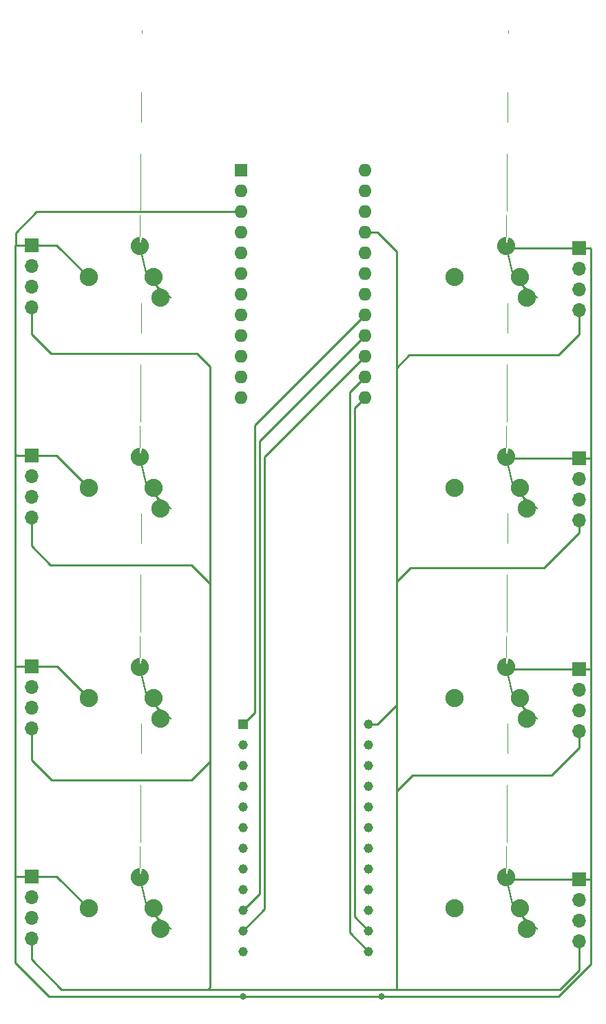
<source format=gbl>
G04 #@! TF.GenerationSoftware,KiCad,Pcbnew,7.0.2*
G04 #@! TF.CreationDate,2023-10-25T06:33:51-04:00*
G04 #@! TF.ProjectId,MacroPad Base,4d616372-6f50-4616-9420-426173652e6b,rev?*
G04 #@! TF.SameCoordinates,Original*
G04 #@! TF.FileFunction,Copper,L2,Bot*
G04 #@! TF.FilePolarity,Positive*
%FSLAX46Y46*%
G04 Gerber Fmt 4.6, Leading zero omitted, Abs format (unit mm)*
G04 Created by KiCad (PCBNEW 7.0.2) date 2023-10-25 06:33:51*
%MOMM*%
%LPD*%
G01*
G04 APERTURE LIST*
G04 Aperture macros list*
%AMFreePoly0*
4,1,42,0.305846,1.074936,0.498157,1.000434,0.673504,0.891864,0.825916,0.752922,0.950203,0.588341,1.017866,0.452453,2.579378,1.070874,2.641060,1.074761,2.693245,1.041650,2.716002,0.984188,2.700638,0.924325,2.653021,0.884926,1.082219,0.262826,1.098571,0.205358,1.117600,0.000000,1.098571,-0.205358,1.042131,-0.403724,0.950203,-0.588341,0.825916,-0.752922,0.673504,-0.891864,
0.498157,-1.000434,0.305846,-1.074936,0.103119,-1.112833,-0.103119,-1.112833,-0.305846,-1.074936,-0.498157,-1.000434,-0.673504,-0.891864,-0.825916,-0.752922,-0.950203,-0.588341,-1.042131,-0.403724,-1.098571,-0.205358,-1.117600,0.000000,-1.098571,0.205358,-1.042131,0.403724,-0.950203,0.588341,-0.825916,0.752922,-0.673504,0.891864,-0.498157,1.000434,-0.305846,1.074936,-0.103119,1.112833,
0.103119,1.112833,0.305846,1.074936,0.305846,1.074936,$1*%
%AMFreePoly1*
4,1,50,0.305846,1.074936,0.498157,1.000434,0.673504,0.891864,0.825916,0.752922,0.950203,0.588341,1.042131,0.403724,1.098571,0.205358,1.117600,0.000000,1.098571,-0.205358,1.042131,-0.403724,0.950203,-0.588341,0.825916,-0.752922,0.673504,-0.891864,0.498157,-1.000434,0.354352,-1.056144,1.029360,-3.956856,3.897994,-6.259313,3.931880,-6.311000,3.928913,-6.372732,3.890227,-6.420930,
3.830599,-6.437185,3.772805,-6.415287,0.877205,-4.091187,0.876130,-4.089547,0.874325,-4.088785,0.859283,-4.063850,0.843320,-4.039500,0.843414,-4.037542,0.842402,-4.035865,0.159736,-1.102249,0.103119,-1.112833,-0.103119,-1.112833,-0.305846,-1.074936,-0.498157,-1.000434,-0.673504,-0.891864,-0.825916,-0.752922,-0.950203,-0.588341,-1.042131,-0.403724,-1.098571,-0.205358,-1.117600,0.000000,
-1.098571,0.205358,-1.042131,0.403724,-0.950203,0.588341,-0.825916,0.752922,-0.673504,0.891864,-0.498157,1.000434,-0.305846,1.074936,-0.103119,1.112833,0.103119,1.112833,0.305846,1.074936,0.305846,1.074936,$1*%
G04 Aperture macros list end*
G04 #@! TA.AperFunction,ComponentPad*
%ADD10FreePoly0,270.000000*%
G04 #@! TD*
G04 #@! TA.AperFunction,ComponentPad*
%ADD11C,2.235200*%
G04 #@! TD*
G04 #@! TA.AperFunction,ComponentPad*
%ADD12FreePoly1,270.000000*%
G04 #@! TD*
G04 #@! TA.AperFunction,ComponentPad*
%ADD13R,1.700000X1.700000*%
G04 #@! TD*
G04 #@! TA.AperFunction,ComponentPad*
%ADD14O,1.700000X1.700000*%
G04 #@! TD*
G04 #@! TA.AperFunction,ComponentPad*
%ADD15R,1.160000X1.160000*%
G04 #@! TD*
G04 #@! TA.AperFunction,ComponentPad*
%ADD16C,1.160000*%
G04 #@! TD*
G04 #@! TA.AperFunction,ComponentPad*
%ADD17R,1.600000X1.600000*%
G04 #@! TD*
G04 #@! TA.AperFunction,ComponentPad*
%ADD18O,1.600000X1.600000*%
G04 #@! TD*
G04 #@! TA.AperFunction,ViaPad*
%ADD19C,0.800000*%
G04 #@! TD*
G04 #@! TA.AperFunction,Conductor*
%ADD20C,0.250000*%
G04 #@! TD*
G04 APERTURE END LIST*
D10*
X105091700Y-89212000D03*
D11*
X105968000Y-91752000D03*
D12*
X103428000Y-85402000D03*
D11*
X97090700Y-89212000D03*
D13*
X112378000Y-111483000D03*
D14*
X112378000Y-114023000D03*
X112378000Y-116563000D03*
X112378000Y-119103000D03*
D13*
X45058000Y-111147000D03*
D14*
X45058000Y-113687000D03*
X45058000Y-116227000D03*
X45058000Y-118767000D03*
D10*
X60091700Y-63362000D03*
D11*
X60968000Y-65902000D03*
D12*
X58428000Y-59552000D03*
D11*
X52090700Y-63362000D03*
D13*
X112378000Y-59783000D03*
D14*
X112378000Y-62323000D03*
X112378000Y-64863000D03*
X112378000Y-67403000D03*
D10*
X105091700Y-37512000D03*
D11*
X105968000Y-40052000D03*
D12*
X103428000Y-33702000D03*
D11*
X97090700Y-37512000D03*
D13*
X45058000Y-33597000D03*
D14*
X45058000Y-36137000D03*
X45058000Y-38677000D03*
X45058000Y-41217000D03*
D10*
X60091700Y-115062000D03*
D11*
X60968000Y-117602000D03*
D12*
X58428000Y-111252000D03*
D11*
X52090700Y-115062000D03*
D15*
X71109000Y-92398000D03*
D16*
X71109000Y-94938000D03*
X71109000Y-97478000D03*
X71109000Y-100018000D03*
X71109000Y-102558000D03*
X71109000Y-105098000D03*
X71109000Y-107638000D03*
X71109000Y-110178000D03*
X71109000Y-112718000D03*
X71109000Y-115258000D03*
X71109000Y-117798000D03*
X71109000Y-120338000D03*
X86529000Y-120338000D03*
X86529000Y-117798000D03*
X86529000Y-115258000D03*
X86529000Y-112718000D03*
X86529000Y-110178000D03*
X86529000Y-107638000D03*
X86529000Y-105098000D03*
X86529000Y-102558000D03*
X86529000Y-100018000D03*
X86529000Y-97478000D03*
X86529000Y-94938000D03*
X86529000Y-92398000D03*
D10*
X105091700Y-63362000D03*
D11*
X105968000Y-65902000D03*
D12*
X103428000Y-59552000D03*
D11*
X97090700Y-63362000D03*
D13*
X45058000Y-85297000D03*
D14*
X45058000Y-87837000D03*
X45058000Y-90377000D03*
X45058000Y-92917000D03*
D13*
X112378000Y-85633000D03*
D14*
X112378000Y-88173000D03*
X112378000Y-90713000D03*
X112378000Y-93253000D03*
D13*
X112378000Y-33933000D03*
D14*
X112378000Y-36473000D03*
X112378000Y-39013000D03*
X112378000Y-41553000D03*
D17*
X70812000Y-24387000D03*
D18*
X70812000Y-26927000D03*
X70812000Y-29467000D03*
X70812000Y-32007000D03*
X70812000Y-34547000D03*
X70812000Y-37087000D03*
X70812000Y-39627000D03*
X70812000Y-42167000D03*
X70812000Y-44707000D03*
X70812000Y-47247000D03*
X70812000Y-49787000D03*
X70812000Y-52327000D03*
X86052000Y-52327000D03*
X86052000Y-49787000D03*
X86052000Y-47247000D03*
X86052000Y-44707000D03*
X86052000Y-42167000D03*
X86052000Y-39627000D03*
X86052000Y-37087000D03*
X86052000Y-34547000D03*
X86052000Y-32007000D03*
X86052000Y-29467000D03*
X86052000Y-26927000D03*
X86052000Y-24387000D03*
D10*
X60091700Y-89212000D03*
D11*
X60968000Y-91752000D03*
D12*
X58428000Y-85402000D03*
D11*
X52090700Y-89212000D03*
D10*
X60091700Y-37512000D03*
D11*
X60968000Y-40052000D03*
D12*
X58428000Y-33702000D03*
D11*
X52090700Y-37512000D03*
D10*
X105091700Y-115062000D03*
D11*
X105968000Y-117602000D03*
D12*
X103428000Y-111252000D03*
D11*
X97090700Y-115062000D03*
D13*
X45058000Y-59447000D03*
D14*
X45058000Y-61987000D03*
X45058000Y-64527000D03*
X45058000Y-67067000D03*
D19*
X88096000Y-125868000D03*
X71113000Y-125868000D03*
D20*
X72517000Y-55702000D02*
X72517000Y-55720000D01*
X86052000Y-42167000D02*
X72517000Y-55702000D01*
X72517000Y-90923000D02*
X72517000Y-55720000D01*
X86052000Y-44707000D02*
X73129000Y-57630000D01*
X73088000Y-57630000D02*
X73088000Y-113191000D01*
X73750000Y-59650000D02*
X73750000Y-115126000D01*
X86052000Y-47247000D02*
X73750000Y-59549000D01*
X73750000Y-59549000D02*
X73750000Y-59650000D01*
X84189000Y-51650000D02*
X84178000Y-51650000D01*
X86052000Y-49787000D02*
X84189000Y-51650000D01*
X84178000Y-51650000D02*
X84178000Y-117951000D01*
X84796000Y-53583000D02*
X84796000Y-53610000D01*
X84796000Y-53610000D02*
X84796000Y-116032000D01*
X86052000Y-52327000D02*
X84796000Y-53583000D01*
X89940000Y-34370000D02*
X89940000Y-48651000D01*
X87577000Y-32007000D02*
X89940000Y-34370000D01*
X86052000Y-32007000D02*
X87577000Y-32007000D01*
X70812000Y-29467000D02*
X45723000Y-29467000D01*
X45723000Y-29467000D02*
X43115000Y-32075000D01*
X43115000Y-32075000D02*
X43115000Y-33597000D01*
X103659000Y-111483000D02*
X103428000Y-111252000D01*
X109829000Y-125864000D02*
X109723000Y-125864000D01*
X71117000Y-125864000D02*
X88092000Y-125864000D01*
X48133700Y-111147000D02*
X45058000Y-111147000D01*
X43115000Y-33597000D02*
X43104000Y-33608000D01*
X112378000Y-59783000D02*
X113788000Y-59783000D01*
X103659000Y-33933000D02*
X103428000Y-33702000D01*
X113827000Y-111483000D02*
X113829000Y-111485000D01*
X48175700Y-85297000D02*
X45058000Y-85297000D01*
X48154700Y-59426000D02*
X52090700Y-63362000D01*
X45058000Y-33597000D02*
X43115000Y-33597000D01*
X113732000Y-59783000D02*
X113829000Y-59686000D01*
X112378000Y-111483000D02*
X113827000Y-111483000D01*
X43104000Y-85237000D02*
X43104000Y-111111000D01*
X112378000Y-111483000D02*
X103659000Y-111483000D01*
X71109000Y-125864000D02*
X71113000Y-125868000D01*
X48154700Y-33576000D02*
X52090700Y-37512000D01*
X43140000Y-111147000D02*
X43104000Y-111111000D01*
X48154700Y-111126000D02*
X52090700Y-115062000D01*
X112378000Y-85633000D02*
X113802000Y-85633000D01*
X43104000Y-33608000D02*
X43104000Y-59236000D01*
X43315000Y-59447000D02*
X43104000Y-59236000D01*
X48154700Y-59426000D02*
X48133700Y-59447000D01*
X45058000Y-59447000D02*
X43315000Y-59447000D01*
X103659000Y-59783000D02*
X103428000Y-59552000D01*
X112378000Y-33933000D02*
X113723000Y-33933000D01*
X43104000Y-121748000D02*
X47220000Y-125864000D01*
X112378000Y-33933000D02*
X103659000Y-33933000D01*
X88100000Y-125864000D02*
X109723000Y-125864000D01*
X71113000Y-125868000D02*
X71117000Y-125864000D01*
X48213350Y-85334650D02*
X52090700Y-89212000D01*
X113788000Y-59783000D02*
X113829000Y-59742000D01*
X48133700Y-33597000D02*
X45058000Y-33597000D01*
X112378000Y-85633000D02*
X103659000Y-85633000D01*
X43104000Y-59236000D02*
X43104000Y-85237000D01*
X112378000Y-59783000D02*
X103659000Y-59783000D01*
X88096000Y-125868000D02*
X88100000Y-125864000D01*
X113723000Y-33933000D02*
X113829000Y-34039000D01*
X113829000Y-121864000D02*
X109829000Y-125864000D01*
X113829000Y-59742000D02*
X113829000Y-59686000D01*
X48154700Y-111126000D02*
X48133700Y-111147000D01*
X43104000Y-111111000D02*
X43104000Y-121748000D01*
X48175700Y-85297000D02*
X48213350Y-85334650D01*
X45058000Y-85297000D02*
X43164000Y-85297000D01*
X45058000Y-111147000D02*
X43140000Y-111147000D01*
X113829000Y-85606000D02*
X113829000Y-59742000D01*
X48154700Y-33576000D02*
X48133700Y-33597000D01*
X43164000Y-85297000D02*
X43104000Y-85237000D01*
X48133700Y-59447000D02*
X45058000Y-59447000D01*
X113829000Y-121864000D02*
X113829000Y-111485000D01*
X103659000Y-85633000D02*
X103428000Y-85402000D01*
X113829000Y-34039000D02*
X113829000Y-59686000D01*
X113802000Y-85633000D02*
X113829000Y-85606000D01*
X88092000Y-125864000D02*
X88096000Y-125868000D01*
X113829000Y-111485000D02*
X113829000Y-85606000D01*
X47220000Y-125864000D02*
X71109000Y-125864000D01*
X67048000Y-75182000D02*
X67048000Y-96750000D01*
X66771000Y-125029000D02*
X48745000Y-125029000D01*
X89940000Y-100664000D02*
X89940000Y-125018000D01*
X112378000Y-41553000D02*
X112378000Y-44530000D01*
X112378000Y-44530000D02*
X109845000Y-47063000D01*
X86529000Y-92398000D02*
X87576000Y-92398000D01*
X47421000Y-72900000D02*
X64766000Y-72900000D01*
X45058000Y-121342000D02*
X45058000Y-118767000D01*
X89940000Y-74942000D02*
X89940000Y-90034000D01*
X64766000Y-99266000D02*
X67048000Y-96984000D01*
X89940000Y-90034000D02*
X89940000Y-100664000D01*
X67055000Y-124745000D02*
X66771000Y-125029000D01*
X45058000Y-96810000D02*
X47581000Y-99333000D01*
X45058000Y-70537000D02*
X47421000Y-72900000D01*
X64766000Y-72900000D02*
X67048000Y-75182000D01*
X64766000Y-99333000D02*
X64766000Y-99266000D01*
X48745000Y-125029000D02*
X45058000Y-121342000D01*
X112378000Y-95292000D02*
X108991000Y-98679000D01*
X108991000Y-98679000D02*
X91925000Y-98679000D01*
X110027604Y-125029000D02*
X66771000Y-125029000D01*
X108074000Y-73177000D02*
X91705000Y-73177000D01*
X91925000Y-98679000D02*
X89940000Y-100664000D01*
X47445000Y-46892000D02*
X65414000Y-46892000D01*
X45058000Y-92917000D02*
X45058000Y-96810000D01*
X45058000Y-44505000D02*
X47445000Y-46892000D01*
X91528000Y-47063000D02*
X89940000Y-48651000D01*
X67048000Y-96750000D02*
X67055000Y-96757000D01*
X67048000Y-96750000D02*
X67048000Y-96984000D01*
X112378000Y-122678604D02*
X110027604Y-125029000D01*
X67048000Y-48526000D02*
X67048000Y-75182000D01*
X91705000Y-73177000D02*
X89940000Y-74942000D01*
X87576000Y-92398000D02*
X89940000Y-90034000D01*
X112378000Y-68873000D02*
X108074000Y-73177000D01*
X109845000Y-47063000D02*
X91528000Y-47063000D01*
X65414000Y-46892000D02*
X67048000Y-48526000D01*
X47581000Y-99333000D02*
X64766000Y-99333000D01*
X45058000Y-67067000D02*
X45058000Y-70537000D01*
X112378000Y-93253000D02*
X112378000Y-95292000D01*
X112378000Y-67403000D02*
X112378000Y-68873000D01*
X45058000Y-41217000D02*
X45058000Y-44505000D01*
X89940000Y-48651000D02*
X89940000Y-74942000D01*
X112378000Y-119103000D02*
X112378000Y-122678604D01*
X67055000Y-96757000D02*
X67055000Y-124745000D01*
X84796000Y-116065000D02*
X84796000Y-116032000D01*
X86529000Y-117798000D02*
X84796000Y-116065000D01*
X86529000Y-120338000D02*
X84178000Y-117987000D01*
X84178000Y-117987000D02*
X84178000Y-117951000D01*
X71109000Y-117798000D02*
X73750000Y-115157000D01*
X73750000Y-115157000D02*
X73750000Y-115126000D01*
X73088000Y-113279000D02*
X73088000Y-113191000D01*
X71109000Y-115258000D02*
X73088000Y-113279000D01*
X72517000Y-90990000D02*
X72517000Y-90923000D01*
X71109000Y-92398000D02*
X72517000Y-90990000D01*
M02*

</source>
